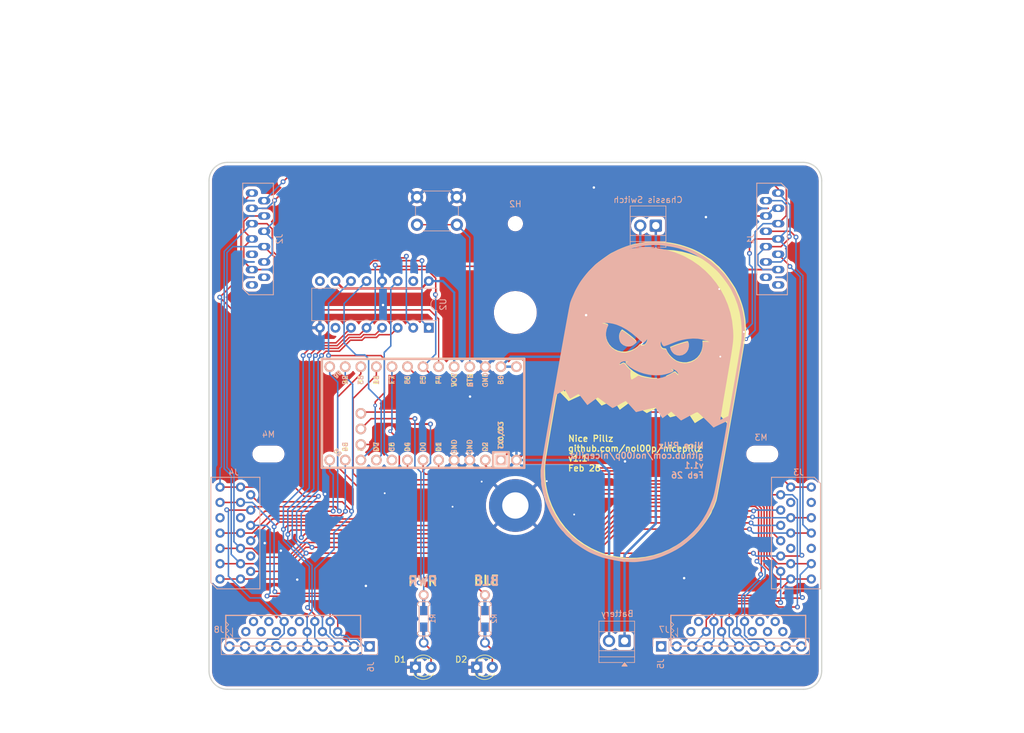
<source format=kicad_pcb>
(kicad_pcb (version 20241229) (generator "pcbnew") (generator_version "9.0")
  (layers (0 "F.Cu" signal) (2 "B.Cu" signal) (13 "F.Paste" user) (15 "B.Paste" user) (5 "F.SilkS" user "F.Silkscreen") (7 "B.SilkS" user "B.Silkscreen") (1 "F.Mask" user) (3 "B.Mask" user) (25 "Edge.Cuts" user))
  (net 0 "")
  (net 1 "/ROW_12")
  (net 3 "/ROW_14")
  (net 4 "/ROW_13")
  (net 5 "/COL_4")
  (net 6 "/COL_3")
  (net 7 "/ROW_11")
  (net 8 "/COL_5")
  (net 9 "/COL_0")
  (net 10 "/COL_2")
  (net 11 "/COL_1")
  (net 15 "/ROW_6")
  (net 16 "/ROW_8")
  (net 17 "/ROW_7")
  (net 19 "/ROW_10")
  (net 21 "/ROW_9")
  (net 22 "/ROW_0")
  (net 23 "/ROW_5")
  (net 24 "/ROW_4")
  (net 25 "/ROW_3")
  (net 27 "/ROW_2")
  (net 28 "/ROW_1")
  (net 32 "/COL_6")
  (net 36 "GND")
  (net 40 "/LED_CAPS_LOCK")
  (net 41 "/LED_NUM_LOCK")
  (net 60 "/SPI_MOSI")
  (net 61 "/LATCH")
  (net 62 "/SPI_SCK")
  (net 63 "/RESET")
  (net 65 "+5V")
  (net 67 "Net-(D1-A)")
  (net 68 "Net-(D2-A)")
  (net 69 "BAT+")
  (net 70 "BAT")
  (net 71 "BAT-")
  (footprint "LED_THT:LED_D3.0mm" (layer "F.Cu") (at 133.7 132.4)
    (property "Reference" "D1")
    (property "Value" "LED_CAPS")
  )
  (footprint "LED_THT:LED_D3.0mm" (layer "F.Cu") (at 143.7 132.4)
    (property "Reference" "D2")
    (property "Value" "LED_NUM")
  )
  (footprint "MountingHole:MountingHole_4.3mm_M4_Pad" (layer "F.Cu") (at 150 106)
    (property "Reference" "H1" (hide yes))
    (property "Value" "mounting pad" (hide yes))
  )
  (footprint "" (layer "F.Cu") (at 150.25 83.625)
    (property "Reference" "")
    (property "Value" "")
  )
  (footprint "" (layer "F.Cu") (at 150.3 83.425)
    (property "Reference" "")
    (property "Value" "")
  )
  (footprint "Local:NicePillz" (layer "F.Cu") (at 170.90854 88.85816 -10)
    (property "Reference" "G***")
    (property "Value" "LOGO" (hide yes))
  )
  (footprint "kinesisMod_board_connectors:Molex_0039532135" (layer "B.Cu") (at 191.9 62.5 -90)
    (property "Reference" "J1")
    (property "Value" "Conn_01x13")
  )
  (footprint "kinesisMod_board_connectors:Molex_0039532135" (layer "B.Cu") (at 108 62.5 90)
    (property "Reference" "J2")
    (property "Value" "Conn_01x13")
  )
  (footprint "kinesisMod_board_connectors:Molex_039532134" (layer "B.Cu") (at 195.8 110.5 -90)
    (property "Reference" "J3")
    (property "Value" "Conn_01x13")
  )
  (footprint "kinesisMod_board_connectors:Molex_039532134" (layer "B.Cu") (at 104.3 110.5 90)
    (property "Reference" "J4")
    (property "Value" "Conn_01x13")
  )
  (footprint "Pin_Headers:Pin_Header_Straight_1x10_Pitch2.54mm" (layer "B.Cu") (at 173.8 129 -90)
    (property "Reference" "J5" (hide yes))
    (property "Value" "Conn_01x10")
  )
  (footprint "Pin_Headers:Pin_Header_Straight_1x10_Pitch2.54mm" (layer "B.Cu") (at 126.2 129 90)
    (property "Reference" "J6")
    (property "Value" "Conn_01x10")
  )
  (footprint "Mounting_Holes:MountingHole_6.4mm_M6" (layer "B.Cu") (at 150 74.5)
    (property "Reference" "M1" (hide yes))
    (property "Value" "MountingHole_6.4mm_M6")
  )
  (footprint "MountingHole:MountingHole_4.3mm_M4" (layer "B.Cu") (at 109.7 97.6)
    (property "Reference" "M4")
    (property "Value" "MountingHole_4.3mm_M4")
  )
  (footprint "MountingHole:MountingHole_4.3mm_M4" (layer "B.Cu") (at 190.3 97.6)
    (property "Reference" "M3")
    (property "Value" "MountingHole_4.3mm_M4")
  )
  (footprint "kinx:39-53-2135" (layer "B.Cu") (at 186.157 126.59)
    (property "Reference" "J7")
    (property "Value" "Conn_01x13" (hide yes))
  )
  (footprint "Button_Switch_THT:SW_PUSH_6mm" (layer "B.Cu") (at 140.45 55.675 180)
    (property "Reference" "REF**" (hide yes))
    (property "Value" "SW_PUSH_6mm")
  )
  (footprint "kinx:39-53-2135" (layer "B.Cu") (at 113.513 126.59)
    (property "Reference" "J8")
    (property "Value" "Conn_01x13" (hide yes))
  )
  (footprint "Local:nice_nano_v2" (layer "B.Cu") (at 133.6675 90.96375 180)
    (property "Reference" "U1" (hide yes))
    (property "Value" "nice!nanov2" (hide yes))
  )
  (footprint "Keebio-Parts:Resistor-Hybrid" (layer "B.Cu") (at 145.04 124.5 -90)
    (property "Reference" "R2")
    (property "Value" "R_US" (hide yes))
  )
  (footprint "MountingHole:MountingHole_2mm" (layer "B.Cu") (at 150 60 180)
    (property "Reference" "H2")
    (property "Value" "mounting pad")
  )
  (footprint "TerminalBlock:TerminalBlock_Xinya_XY308-2.54-2P_1x02_P2.54mm_Horizontal" (layer "B.Cu") (at 167.825 128.1 180)
    (property "Reference" "Battery")
    (property "Value" "TerminalBlock_Xinya_XY308-2.54-2P_1x02_P2.54mm_Horizontal")
  )
  (footprint "TerminalBlock:TerminalBlock_Xinya_XY308-2.54-2P_1x02_P2.54mm_Horizontal" (layer "B.Cu") (at 172.925 60.325 180)
    (property "Reference" "Chassis Switch")
    (property "Value" "TerminalBlock_Xinya_XY308-2.54-2P_1x02_P2.54mm_Horizontal")
  )
  (footprint "Local:NicePillz" (layer "B.Cu") (at 170.9 89 170)
    (property "Reference" "G***")
    (property "Value" "LOGO" (hide yes))
  )
  (footprint "Keebio-Parts:Resistor-Hybrid" (layer "B.Cu") (at 135.04 124.5 -90)
    (property "Reference" "R1")
    (property "Value" "R_US" (hide yes))
  )
  (footprint "Package_DIP:DIP-16_W7.62mm" (layer "B.Cu") (at 135.875 76.99375 90)
    (property "Reference" "U2")
    (property "Value" "74HC595")
  )
  (gr_arc (start 103 136) (mid 100.87868 135.12132) (end 100 133) (stroke (width 0.2)) (layer "Edge.Cuts"))
  (gr_arc (start 197 50) (mid 199.12132 50.87868) (end 200 53) (stroke (width 0.2)) (layer "Edge.Cuts"))
  (gr_arc (start 200 133) (mid 199.12132 135.12132) (end 197 136) (stroke (width 0.2)) (layer "Edge.Cuts"))
  (gr_arc (start 100 53) (mid 100.87868 50.87868) (end 103 50) (stroke (width 0.2)) (layer "Edge.Cuts"))
  (gr_line (start 103 136) (end 197 136) (stroke (width 0.2)) (layer "Edge.Cuts"))
  (gr_line (start 197 50) (end 103 50) (stroke (width 0.2)) (layer "Edge.Cuts"))
  (gr_line (start 200 133) (end 200 53) (stroke (width 0.2)) (layer "Edge.Cuts"))
  (gr_line (start 100 133) (end 100 53) (stroke (width 0.2)) (layer "Edge.Cuts"))
  (gr_text "Nice Pillz\ngithub.com/nol00p/nicepillz\nv1.1\nFeb 26" (at 158.5 97.5 0) (layer "F.SilkS") (effects (font (size 1 1) (thickness 0.2) (bold yes)) (justify left)))
  (gr_text "PWR" (at 134.874 118.364 0) (layer "F.SilkS") (effects (font (size 1.5 1.5) (thickness 0.3))))
  (gr_text "BLE" (at 145.288 118.237 0) (layer "F.SilkS") (effects (font (size 1.5 1.5) (thickness 0.3))))
  (gr_text "BLE\n" (at 145.3 118.31 0) (layer "B.SilkS") (effects (font (size 1.5 1.5) (thickness 0.3)) (justify mirror)))
  (gr_text "PWR" (at 134.9 118.31 0) (layer "B.SilkS") (effects (font (size 1.5 1.5) (thickness 0.3)) (justify mirror)))
  (gr_text "Nice Pillz\ngithub.com/nol00p/nicepillz\nv1.1\nFeb 26" (at 180.85 98.65 0) (layer "B.SilkS") (effects (font (size 1 1) (thickness 0.2) (bold yes)) (justify left mirror)))
  (segment (start 194.22452 53.67452) (end 192.275 51.725) (width 0.25) (layer "F.Cu") (net 1))
  (segment (start 194.22452 58.67548) (end 194.22452 53.67452) (width 0.25) (layer "F.Cu") (net 1))
  (segment (start 134.87875 85.825) (end 132.3975 83.34375) (width 0.25) (layer "F.Cu") (net 1))
  (segment (start 192.9 60) (end 194.22452 58.67548) (width 0.25) (layer "F.Cu") (net 1))
  (segment (start 169.123902 82.948902) (end 166.247804 85.825) (width 0.25) (layer "F.Cu") (net 1))
  (segment (start 192.275 51.725) (end 113.525 51.725) (width 0.25) (layer "F.Cu") (net 1))
  (segment (start 166.247804 85.825) (end 134.87875 85.825) (width 0.25) (layer "F.Cu") (net 1))
  (segment (start 173.222804 78.85) (end 187.675 78.85) (width 0.25) (layer "F.Cu") (net 1))
  (segment (start 169.123902 82.948902) (end 173.222804 78.85) (width 0.25) (layer "F.Cu") (net 1))
  (segment (start 113.525 51.725) (end 112.089 53.161) (width 0.25) (layer "F.Cu") (net 1))
  (via (at 187.675 78.85) (size 0.6) (drill 0.3) (layers "F.Cu" "B.Cu") (net 1))
  (via (at 112.089 53.161) (size 0.8) (drill 0.4) (layers "F.Cu" "B.Cu") (net 1))
  (segment (start 109 56.25) (end 112.089 53.161) (width 0.25) (layer "B.Cu") (net 1))
  (segment (start 190.441852 60) (end 192.9 60) (width 0.25) (layer "B.Cu") (net 1))
  (segment (start 189.12548 77.39952) (end 187.675 78.85) (width 0.25) (layer "B.Cu") (net 1))
  (segment (start 189.12548 61.316372) (end 190.441852 60) (width 0.25) (layer "B.Cu") (net 1))
  (segment (start 189.12548 76.225) (end 189.12548 77.39952) (width 0.25) (layer "B.Cu") (net 1))
  (segment (start 189.12548 76.225) (end 189.12548 61.316372) (width 0.25) (layer "B.Cu") (net 1))
  (segment (start 137 68.907759) (end 137 71.534) (width 0.25) (layer "F.Cu") (net 3))
  (segment (start 188.214 64.85) (end 188.214 63.375) (width 0.25) (layer "F.Cu") (net 3))
  (segment (start 107 62.5) (end 105.67548 63.82452) (width 0.25) (layer "F.Cu") (net 3))
  (segment (start 105.67548 61.17548) (end 107 62.5) (width 0.25) (layer "F.Cu") (net 3))
  (segment (start 105.67548 63.82452) (end 105.67548 66.17548) (width 0.25) (layer "F.Cu") (net 3))
  (segment (start 192.9 62.5) (end 189.089 62.5) (width 0.25) (layer "F.Cu") (net 3))
  (segment (start 107 67.5) (end 128.016 67.5) (width 0.25) (layer "F.Cu") (net 3))
  (segment (start 136.74375 85.15) (end 134.9375 83.34375) (width 0.25) (layer "F.Cu") (net 3))
  (segment (start 137 71.534) (end 136.960778 71.573222) (width 0.25) (layer "F.Cu") (net 3))
  (segment (start 135.592241 67.5) (end 137 68.907759) (width 0.25) (layer "F.Cu") (net 3))
  (segment (start 187.18125 77.79375) (end 187.3 77.675) (width 0.25) (layer "F.Cu") (net 3))
  (segment (start 189.089 62.5) (end 188.214 63.375) (width 0.25) (layer "F.Cu") (net 3))
  (segment (start 129.921 67.5) (end 135.592241 67.5) (width 0.25) (layer "F.Cu") (net 3))
  (segment (start 106.542532 58.75) (end 105.67548 59.617052) (width 0.25) (layer "F.Cu") (net 3))
  (segment (start 105.67548 59.617052) (end 105.67548 61.17548) (width 0.25) (layer "F.Cu") (net 3))
  (segment (start 165.85 85.15) (end 136.74375 85.15) (width 0.25) (layer "F.Cu") (net 3))
  (segment (start 128.016 67.5) (end 129.921 67.5) (width 0.25) (layer "F.Cu") (net 3))
  (segment (start 105.67548 66.17548) (end 107 67.5) (width 0.25) (layer "F.Cu") (net 3))
  (segment (start 173.325 77.675) (end 165.85 85.15) (width 0.25) (layer "F.Cu") (net 3))
  (segment (start 109 58.75) (end 106.542532 58.75) (width 0.25) (layer "F.Cu") (net 3))
  (segment (start 187.3 77.675) (end 173.325 77.675) (width 0.25) (layer "F.Cu") (net 3))
  (via (at 187.3 77.675) (size 0.6) (drill 0.3) (layers "F.Cu" "B.Cu") (net 3))
  (via (at 136.960778 71.573222) (size 0.8) (drill 0.4) (layers "F.Cu" "B.Cu") (net 3))
  (via (at 188.214 64.85) (size 0.8) (drill 0.4) (layers "F.Cu" "B.Cu") (net 3))
  (segment (start 194.22452 65.382948) (end 194.22452 63.82452) (width 0.25) (layer "B.Cu") (net 3))
  (segment (start 137 71.612444) (end 137 81.28125) (width 0.25) (layer "B.Cu") (net 3))
  (segment (start 190.9 66.25) (end 193.357468 66.25) (width 0.25) (layer "B.Cu") (net 3))
  (segment (start 188.67548 76.29952) (end 187.3 77.675) (width 0.25) (layer "B.Cu") (net 3))
  (segment (start 188.67548 67.13648) (end 188.67548 76.29952) (width 0.25) (layer "B.Cu") (net 3))
  (segment (start 188.214 64.85) (end 188.214 66.675) (width 0.25) (layer "B.Cu") (net 3))
  (segment (start 193.357468 66.25) (end 194.22452 65.382948) (width 0.25) (layer "B.Cu") (net 3))
  (segment (start 194.382141 61.017859) (end 194.382141 57.117859) (width 0.25) (layer "B.Cu") (net 3))
  (segment (start 137 81.28125) (end 134.9375 83.34375) (width 0.25) (layer "B.Cu") (net 3))
  (segment (start 194.22452 63.82452) (end 192.9 62.5) (width 0.25) (layer "B.Cu") (net 3))
  (segment (start 194.382141 57.117859) (end 193.514282 56.25) (width 0.25) (layer "B.Cu") (net 3))
  (segment (start 193.514282 56.25) (end 190.9 56.25) (width 0.25) (layer "B.Cu") (net 3))
  (segment (start 136.960778 71.573222) (end 137 71.612444) (width 0.25) (layer "B.Cu") (net 3))
  (segment (start 192.9 62.5) (end 194.382141 61.017859) (width 0.25) (layer "B.Cu") (net 3))
  (segment (start 188.214 64.85) (end 188.314 64.95) (width 0.25) (layer "B.Cu") (net 3))
  (segment (start 188.214 66.675) (end 188.67548 67.13648) (width 0.25) (layer "B.Cu") (net 3))
  (segment (start 191.125 52.55) (end 114.35 52.55) (width 0.25) (layer "F.Cu") (net 4))
  (segment (start 183.275 68.85) (end 183.275 70.675) (width 0.25) (layer "F.Cu") (net 4))
  (segment (start 188.9 67.5) (end 187.3 67.5) (width 0.25) (layer "F.Cu") (net 4))
  (segment (start 184.625 67.5) (end 183.275 68.85) (width 0.25) (layer "F.Cu") (net 4))
  (segment (start 124.7775 90.96375) (end 124.99125 90.75) (width 0.25) (layer "F.Cu") (net 4))
  (segment (start 183.5 88.7) (end 183.5 81.75) (width 0.25) (layer "F.Cu") (net 4))
  (segment (start 194.7 62.407468) (end 194.7 62.1) (width 0.25) (layer "F.Cu") (net 4))
  (segment (start 183.5 81.75) (end 183.45 81.7) (width 0.25) (layer "F.Cu") (net 4))
  (segment (start 193.357468 63.75) (end 194.7 62.407468) (width 0.25) (layer "F.Cu") (net 4))
  (segment (start 124.99125 90.75) (end 181.45 90.75) (width 0.25) (layer "F.Cu") (net 4))
  (segment (start 192.9 54.325) (end 191.125 52.55) (width 0.25) (layer "F.Cu") (net 4))
  (segment (start 192.9 55) (end 192.9 54.325) (width 0.25) (layer "F.Cu") (net 4))
  (segment (start 192.9 67.5) (end 184.625 67.5) (width 0.25) (layer "F.Cu") (net 4))
  (segment (start 114.35 52.55) (end 110.7 56.2) (width 0.25) (layer "F.Cu") (net 4))
  (segment (start 181.45 90.75) (end 183.5 88.7) (width 0.25) (layer "F.Cu") (net 4))
  (segment (start 187.3 67.5) (end 192.9 67.5) (width 0.25) (layer "F.Cu") (net 4))
  (segment (start 188.9 67.5) (end 188.1 67.5) (width 0.25) (layer "F.Cu") (net 4))
  (segment (start 190.9 63.75) (end 193.357468 63.75) (width 0.25) (layer "F.Cu") (net 4))
  (via (at 183.45 81.7) (size 0.6) (drill 0.3) (layers "F.Cu" "B.Cu") (net 4))
  (via (at 110.7 56.2) (size 0.8) (drill 0.4) (layers "F.Cu" "B.Cu") (net 4))
  (via (at 183.275 70.675) (size 0.6) (drill 0.3) (layers "F.Cu" "B.Cu") (net 4))
  (via (at 194.7 62.1) (size 0.8) (drill 0.4) (layers "F.Cu" "B.Cu") (net 4))
  (segment (start 183.275 70.675) (end 183.275 81.525) (width 0.25) (layer "B.Cu") (net 4))
  (segment (start 189.57548 65.07452) (end 189.57548 66.67548) (width 0.25) (layer "B.Cu") (net 4))
  (segment (start 183.275 81.525) (end 183.45 81.7) (width 0.25) (layer "B.Cu") (net 4))
  (segment (start 109 61.25) (end 110.32452 62.57452) (width 0.25) (layer "B.Cu") (net 4))
  (segment (start 107 57.5) (end 109.457468 57.5) (width 0.25) (layer "B.Cu") (net 4))
  (segment (start 189.57548 66.67548) (end 190.4 67.5) (width 0.25) (layer "B.Cu") (net 4))
  (segment (start 110.32452 62.57452) (end 110.32452 64.92548) (width 0.25) (layer "B.Cu") (net 4))
  (segment (start 194.831661 56.931661) (end 192.9 55) (width 0.25) (layer "B.Cu") (net 4))
  (segment (start 190.4 67.5) (end 192.9 67.5) (width 0.25) (layer "B.Cu") (net 4))
  (segment (start 109 61.25) (end 110.5 59.75) (width 0.25) (layer "B.Cu") (net 4))
  (segment (start 109.457468 57.5) (end 110.7 56.257468) (width 0.25) (layer "B.Cu") (net 4))
  (segment (start 194.7 62.1) (end 194.831661 61.968339) (width 0.25) (layer "B.Cu") (net 4))
  (segment (start 190.9 63.75) (end 189.57548 65.07452) (width 0.25) (layer "B.Cu") (net 4))
  (segment (start 194.831661 61.968339) (end 194.831661 56.931661) (width 0.25) (layer "B.Cu") (net 4))
  (segment (start 110.32452 64.92548) (end 109 66.25) (width 0.25) (layer "B.Cu") (net 4))
  (segment (start 110.5 59.75) (end 110.7 59.55) (width 0.25) (layer "B.Cu") (net 4))
  (segment (start 110.7 56.257468) (end 110.7 56.2) (width 0.25) (layer "B.Cu") (net 4))
  (segment (start 110.7 59.55) (end 110.7 56.2) (width 0.25) (layer "B.Cu") (net 4))
  (segment (start 128.255 76.99375) (end 127.13 78.11875) (width 0.25) (layer "F.Cu") (net 5))
  (segment (start 137.245804 113.7765) (end 139.896305 116.427) (width 0.25) (layer "F.Cu") (net 5))
  (segment (start 192.9 65) (end 194.8 66.9) (width 0.25) (layer "F.Cu") (net 5))
  (segment (start 122.895405 78.56875) (end 121.105155 80.359) (width 0.25) (layer "F.Cu") (net 5))
  (segment (start 115.850202 113.7765) (end 137.245804 113.7765) (width 0.25) (layer "F.Cu") (net 5))
  (segment (start 194.8 66.9) (end 194.8 67) (width 0.25) (layer "F.Cu") (net 5))
  (segment (start 125.23575 78.11875) (end 124.78575 78.56875) (width 0.25) (layer "F.Cu") (net 5))
  (segment (start 118.513695 80.359) (end 117.363997 81.508698) (width 0.25) (layer "F.Cu") (net 5))
  (segment (start 121.105155 80.359) (end 118.513695 80.359) (width 0.25) (layer "F.Cu") (net 5))
  (segment (start 124.78575 78.56875) (end 122.895405 78.56875) (width 0.25) (layer "F.Cu") (net 5))
  (segment (start 196.62498 114.25) (end 193.3 114.25) (width 0.25) (layer "F.Cu") (net 5))
  (segment (start 127.13 78.11875) (end 125.23575 78.11875) (width 0.25) (layer "F.Cu") (net 5))
  (segment (start 117.363997 81.508698) (end 117.363997 81.534) (width 0.25) (layer "F.Cu") (net 5))
  (segment (start 164.133 113.792) (end 188.849 113.792) (width 0.25) (layer "F.Cu") (net 5))
  (segment (start 161.498 116.427) (end 164.133 113.792) (width 0.25) (layer "F.Cu") (net 5))
  (segment (start 101.8 118) (end 105.15 118) (width 0.25) (layer "F.Cu") (net 5))
  (segment (start 111.626702 118) (end 115.850202 113.7765) (width 0.25) (layer "F.Cu") (net 5))
  (segment (start 105.15 118) (end 111.626702 118) (width 0.25) (layer "F.Cu") (net 5))
  (segment (start 196.754611 114.120369) (end 196.62498 114.25) (width 0.25) (layer "F.Cu") (net 5))
  (segment (start 139.896305 116.427) (end 161.498 116.427) (width 0.25) (layer "F.Cu") (net 5))
  (via (at 194.8 67) (size 0.8) (drill 0.4) (layers "F.Cu" "B.Cu") (net 5))
  (via (at 115.850202 113.7765) (size 0.8) (drill 0.4) (layers "F.Cu" "B.Cu") (net 5))
  (via (at 188.849 113.792) (size 0.8) (drill 0.4) (layers "F.Cu" "B.Cu") (net 5))
  (via (at 196.754611 114.120369) (size 0.8) (drill 0.4) (layers "F.Cu" "B.Cu") (net 5))
  (via (at 117.363997 81.534) (size 0.8) (drill 0.4) (layers "F.Cu" "B.Cu") (net 5))
  (segment (start 196.479631 113.845389) (end 196.479631 68.679631) (width 0.25) (layer "B.Cu") (net 5))
  (segment (start 113.591 106.784) (end 117.1 103.275) (width 0.25) (layer "B.Cu") (net 5))
  (segment (start 115.850202 113.7765) (end 113.591 111.517298) (width 0.25) (layer "B.Cu") (net 5))
  (segment (start 196.754611 114.120369) (end 196.479631 113.845389) (width 0.25) (layer "B.Cu") (net 5))
  (segment (start 117.1 81.797997) (end 117.363997 81.534) (width 0.25) (layer "B.Cu") (net 5))
  (segment (start 193.3 114.25) (end 189.307 114.25) (width 0.25) (layer "B.Cu") (net 5))
  (segment (start 196.479631 68.679631) (end 194.8 67) (width 0.25) (layer "B.Cu") (net 5))
  (segment (start 113.591 111.517298) (end 113.591 106.784) (width 0.25) (layer "B.Cu") (net 5))
  (segment (start 189.307 114.25) (end 188.849 113.792) (width 0.25) (layer "B.Cu") (net 5))
  (segment (start 117.1 103.275) (end 117.1 81.797997) (width 0.25) (layer "B.Cu") (net 5))
  (segment (start 136.930701 112.825) (end 140.082701 115.977) (width 0.25) (layer "F.Cu") (net 6))
  (segment (start 167.07 109.855) (end 188.214 109.855) (width 0.25) (layer "F.Cu") (net 6))
  (segment (start 116.8 112.825) (end 115.776396 112.825) (width 0.25) (layer "F.Cu") (net 6))
  (segment (start 190.9 61.25) (end 194.874614 61.25) (width 0.25) (layer "F.Cu") (net 6))
  (segment (start 195.8 62.175386) (end 195.8 62.2) (width 0.25) (layer "F.Cu") (net 6))
  (segment (start 111.851396 116.75) (end 106.8 116.75) (width 0.25) (layer "F.Cu") (net 6))
  (segment (start 130.795 76.99375) (end 129.67 78.11875) (width 0.25) (layer "F.Cu") (net 6))
  (segment (start 115.776396 112.825) (end 111.851396 116.75) (width 0.25) (layer "F.Cu") (net 6))
  (segment (start 194.95 110.5) (end 198.3 110.5) (width 0.25) (layer "F.Cu") (net 6))
  (segment (start 116.8 112.825) (end 136.930701 112.825) (width 0.25) (layer "F.Cu") (net 6))
  (segment (start 194.874614 61.25) (end 195.8 62.175386) (width 0.25) (layer "F.Cu") (net 6))
  (segment (start 127.789009 78.11875) (end 127.339009 78.56875) (width 0.25) (layer "F.Cu") (net 6))
  (segment (start 129.67 78.11875) (end 127.789009 78.11875) (width 0.25) (layer "F.Cu") (net 6))
  (segment (start 125.422146 78.56875) (end 124.972146 79.01875) (width 0.25) (layer "F.Cu") (net 6))
  (segment (start 160.948 115.977) (end 167.07 109.855) (width 0.25) (layer "F.Cu") (net 6))
  (segment (start 119.089 80.809) (end 118.364 81.534) (width 0.25) (layer "F.Cu") (net 6))
  (segment (start 140.082701 115.977) (end 160.948 115.977) (width 0.25) (layer "F.Cu") (net 6))
  (segment (start 127.339009 78.56875) (end 125.422146 78.56875) (width 0.25) (layer "F.Cu") (net 6))
  (segment (start 123.081801 79.01875) (end 121.291551 80.809) (width 0.25) (layer "F.Cu") (net 6))
  (segment (start 121.291551 80.809) (end 119.089 80.809) (width 0.25) (layer "F.Cu") (net 6))
  (segment (start 124.972146 79.01875) (end 123.081801 79.01875) (width 0.25) (layer "F.Cu") (net 6))
  (via (at 116.8 112.825) (size 0.8) (drill 0.4) (layers "F.Cu" "B.Cu") (net 6))
  (via (at 188.214 109.855) (size 0.8) (drill 0.4) (layers "F.Cu" "B.Cu") (net 6))
  (via (at 195.8 62.2) (size 0.8) (drill 0.4) (layers "F.Cu" "B.Cu") (net 6))
  (via (at 118.364 81.534) (size 0.8) (drill 0.4) (layers "F.Cu" "B.Cu") (net 6))
  (segment (start 117.813997 82.109305) (end 118.364 81.559302) (width 0.25) (layer "B.Cu") (net 6))
  (segment (start 198.3 110.5) (end 196.929151 109.129151) (width 0.25) (layer "B.Cu") (net 6))
  (segment (start 114.3 111.506) (end 114.3 107.025) (width 0.25) (layer "B.Cu") (net 6))
  (segment (start 114.86708 112.07308) (end 114.3 111.506) (width 0.25) (layer "B.Cu") (net 6))
  (segment (start 195.8 67.363604) (end 195.8 62.2) (width 0.25) (layer "B.Cu") (net 6))
  (segment (start 196.929151 109.129151) (end 196.929151 69.469) (width 0.25) (layer "B.Cu") (net 6))
  (segment (start 116.04808 112.07308) (end 114.86708 112.07308) (width 0.25) (layer "B.Cu") (net 6))
  (segment (start 188.859 110.5) (end 188.214 109.855) (width 0.25) (layer "B.Cu") (net 6))
  (segment (start 196.929631 69.46852) (end 196.929631 68.493235) (width 0.25) (layer "B.Cu") (net 6))
  (segment (start 114.3 107.025) (end 117.813997 103.511003) (width 0.25) (layer "B.Cu") (net 6))
  (segment (start 117.813997 103.511003) (end 117.813997 82.109305) (width 0.25) (layer "B.Cu") (net 6))
  (segment (start 118.364 81.559302) (end 118.364 81.534) (width 0.25) (layer "B.Cu") (net 6))
  (segment (start 196.929631 68.493235) (end 195.8 67.363604) (width 0.25) (layer "B.Cu") (net 6))
  (segment (start 196.929151 69.469) (end 196.929631 69.46852) (width 0.25) (layer "B.Cu") (net 6))
  (segment (start 116.8 112.825) (end 116.04808 112.07308) (width 0.25) (layer "B.Cu") (net 6))
  (segment (start 194.95 110.5) (end 188.859 110.5) (width 0.25) (layer "B.Cu") (net 6))
  (segment (start 170.890644 103.05) (end 171.85 103.05) (width 0.25) (layer "F.Cu") (net 7))
  (segment (start 189.249999 103.05) (end 191.94952 105.749521) (width 0.25) (layer "F.Cu") (net 7))
  (segment (start 169.175 103.05) (end 166.475 100.35) (width 0.25) (layer "F.Cu") (net 7))
  (segment (start 191.94952 105.749521) (end 191.94952 110.39952) (width 0.25) (layer "F.Cu") (net 7))
  (segment (start 171.85 103.05) (end 169.175 103.05) (width 0.25) (layer "F.Cu") (net 7))
  (segment (start 137.4775 100.0525) (end 137.4775 98.58375) (width 0.25) (layer "F.Cu") (net 7))
  (segment (start 137.775 100.35) (end 137.4775 100.0525) (width 0.25) (layer "F.Cu") (net 7))
  (segment (start 166.475 100.35) (end 137.775 100.35) (width 0.25) (layer "F.Cu") (net 7))
  (segment (start 171.85 103.05) (end 189.249999 103.05) (width 0.25) (layer "F.Cu") (net 7))
  (segment (start 191.94952 110.39952) (end 193.3 111.75) (width 0.25) (layer "F.Cu") (net 7))
  (segment (start 159.498 114.177) (end 167.52692 106.14808) (width 0.25) (layer "F.Cu") (net 8))
  (segment (start 187.125 59.35) (end 187.725 58.75) (width 0.25) (layer "F.Cu") (net 8))
  (segment (start 187.125 66.410378) (end 187.125 59.35) (width 0.25) (layer "F.Cu") (net 8))
  (segment (start 112.866 110.559) (end 113.425 110) (width 0.25) (layer "F.Cu") (net 8))
  (segment (start 189.167852 106.14712) (end 189.70048 106.679748) (width 0.25) (layer "F.Cu") (net 8))
  (segment (start 187.725 58.75) (end 190.9 58.75) (width 0.25) (layer "F.Cu") (net 8))
  (segment (start 189.70048 106.679748) (end 189.70048 114.8255) (width 0.25) (layer "F.Cu") (net 8))
  (segment (start 127.318 66.966) (end 186.569378 66.966) (width 0.25) (layer "F.Cu") (net 8))
  (segment (start 140.848396 114.177) (end 159.498 114.177) (width 0.25) (layer "F.Cu") (net 8))
  (segment (start 116.363994 81.508698) (end 116.363994 81.534) (width 0.25) (layer "F.Cu") (net 8))
  (segment (start 113.425 110) (end 136.671396 110) (width 0.25) (layer "F.Cu") (net 8))
  (segment (start 127.127 66.775) (end 127.318 66.966) (width 0.25) (layer "F.Cu") (net 8))
  (segment (start 187.83204 106.14808) (end 187.833 106.14712) (width 0.25) (layer "F.Cu") (net 8))
  (segment (start 189.70048 114.8255) (end 189.42598 115.1) (width 0.25) (layer "F.Cu") (net 8))
  (segment (start 136.671396 110) (end 140.848396 114.177) (width 0.25) (layer "F.Cu") (net 8))
  (segment (start 125.715 76.99375) (end 124.59 78.11875) (width 0.25) (layer "F.Cu") (net 8))
  (segment (start 167.52692 106.14808) (end 187.83204 106.14808) (width 0.25) (layer "F.Cu") (net 8))
  (segment (start 112.866 110.725) (end 112.866 110.559) (width 0.25) (layer "F.Cu") (net 8))
  (segment (start 120.918759 79.909) (end 117.963692 79.909) (width 0.25) (layer "F.Cu") (net 8))
  (segment (start 186.569378 66.966) (end 187.125 66.410378) (width 0.25) (layer "F.Cu") (net 8))
  (segment (start 117.963692 79.909) (end 116.363994 81.508698) (width 0.25) (layer "F.Cu") (net 8))
  (segment (start 187.833 106.14712) (end 189.167852 106.14712) (width 0.25) (layer "F.Cu") (net 8))
  (segment (start 124.59 78.11875) (end 122.709009 78.11875) (width 0.25) (layer "F.Cu") (net 8))
  (segment (start 122.709009 78.11875) (end 120.918759 79.909) (width 0.25) (layer "F.Cu") (net 8))
  (via (at 116.363994 81.534) (size 0.8) (drill 0.4) (layers "F.Cu" "B.Cu") (net 8))
  (via (at 112.866 110.725) (size 0.8) (drill 0.4) (layers "F.Cu" "B.Cu") (net 8))
  (via (at 127.127 66.775) (size 0.8) (drill 0.4) (layers "F.Cu" "B.Cu") (net 8))
  (via (at 189.42598 115.1) (size 0.8) (drill 0.4) (layers "F.Cu" "B.Cu") (net 8))
  (segment (start 187.407 120.918305) (end 187.407 124.94) (width 0.25) (layer "B.Cu") (net 8))
  (segment (start 191.58 129) (end 190.405 127.825) (width 0.25) (layer "B.Cu") (net 8))
  (segment (start 188.065 127.825) (end 187.407 127.167) (width 0.25) (layer "B.Cu") (net 8))
  (segment (start 116.363994 103.136006) (end 116.363994 81.534) (width 0.25) (layer "B.Cu") (net 8))
  (segment (start 112.866 111.817604) (end 116.813 115.764604) (width 0.25) (layer "B.Cu") (net 8))
  (segment (start 189.42598 115.1) (end 190.762701 116.436721) (width 0.25) (layer "B.Cu") (net 8))
  (segment (start 187.407 127.167) (end 187.407 124.94) (width 0.25) (layer "B.Cu") (net 8))
  (segment (start 116.813 115.764604) (end 116.813 123.279) (width 0.25) (layer "B.Cu") (net 8))
  (segment (start 127.13 69.215) (end 127.127 69.212) (width 0.25) (layer "B.Cu") (net 8))
  (segment (start 190.405 127.825) (end 188.065 127.825) (width 0.25) (layer "B.Cu") (net 8))
  (segment (start 116.813 123.279) (end 116.013 124.079) (width 0.25) (layer "B.Cu") (net 8))
  (segment (start 116.04 126.617) (end 116.013 126.59) (width 0.25) (layer "B.Cu") (net 8))
  (segment (start 112.866 106.634) (end 116.363994 103.136006) (width 0.25) (layer "B.Cu") (net 8))
  (segment (start 112.866 110.725) (end 112.866 106.634) (width 0.25) (layer "B.Cu") (net 8))
  (segment (start 190.762701 116.436721) (end 190.762701 117.562604) (width 0.25) (layer "B.Cu") (net 8))
  (segment (start 112.866 110.725) (end 112.866 111.817604) (width 0.25) (layer "B.Cu") (net 8))
  (segment (start 116.013 124.079) (end 116.013 126.59) (width 0.25) (layer "B.Cu") (net 8))
  (segment (start 116.04 129) (end 116.04 126.617) (width 0.25) (layer "B.Cu") (net 8))
  (segment (start 125.715 76.99375) (end 127.13 75.57875) (width 0.25) (layer "B.Cu") (net 8))
  (segment (start 192.15 57.5) (end 190.9 58.75) (width 0.25) (layer "B.Cu") (net 8))
  (segment (start 192.9 57.5) (end 192.15 57.5) (width 0.25) (layer "B.Cu") (net 8))
  (segment (start 190.762701 117.562604) (end 187.407 120.918305) (width 0.25) (layer "B.Cu") (net 8))
  (segment (start 127.127 69.212) (end 127.127 66.775) (width 0.25) (layer "B.Cu") (net 8))
  (segment (start 127.13 75.57875) (end 127.13 69.215) (width 0.25) (layer "B.Cu") (net 8))
  (segment (start 159.923 114.627) (end 167.661466 106.888534) (width 0.25) (layer "F.Cu") (net 9))
  (segment (start 101.756698 72.009) (end 103.822698 74.075) (width 0.25) (layer "F.Cu") (net 9))
  (segment (start 117.85 104.5) (end 115.49053 104.5) (width 0.25) (layer "F.Cu") (net 9))
  (segment (start 105.22596 68.539738) (end 105.22596 67.691) (width 0.25) (layer "F.Cu") (net 9))
  (segment (start 107 55) (end 105.22596 56.77404) (width 0.25) (layer "F.Cu") (net 9))
  (segment (start 137.4775 83.34375) (end 137.4775 75.55) (width 0.2) (layer "F.Cu") (net 9))
  (segment (start 167.661466 106.888534) (end 188.883961 106.888534) (width 0.25) (layer "F.Cu") (net 9))
  (segment (start 115.061302 111.241996) (end 115.678298 110.625) (width 0.25) (layer "F.Cu") (net 9))
  (segment (start 105.22596 56.77404) (end 105.22596 67.691) (width 0.25) (layer "F.Cu") (net 9))
  (segment (start 140.662 114.627) (end 159.923 114.627) (width 0.25) (layer "F.Cu") (net 9))
  (segment (start 113.99053 103) (end 105.15 103) (width 0.25) (layer "F.Cu") (net 9))
  (segment (start 103.822698 74.075) (end 136.0025 74.075) (width 0.25) (layer "F.Cu") (net 9))
  (segment (start 101.8 103) (end 105.15 103) (width 0.25) (layer "F.Cu") (net 9))
  (segment (start 136.66 110.625) (end 140.662 114.627) (width 0.25) (layer "F.Cu") (net 9))
  (segment (start 115.678298 110.625) (end 136.66 110.625) (width 0.25) (layer "F.Cu") (net 9))
  (segment (start 136.0025 74.075) (end 137.4775 75.55) (width 0.25) (layer "F.Cu") (net 9))
  (segment (start 101.756698 72.009) (end 105.22596 68.539738) (width 0.25) (layer "F.Cu") (net 9))
  (segment (start 115.49053 104.5) (end 113.99053 103) (width 0.25) (layer "F.Cu") (net 9))
  (via (at 117.85 104.5) (size 0.8) (drill 0.4) (layers "F.Cu" "B.Cu") (net 9))
  (via (at 188.883961 106.888534) (size 0.8) (drill 0.4) (layers "F.Cu" "B.Cu") (net 9))
  (via (at 115.061302 111.241996) (size 0.8) (drill 0.4) (layers "F.Cu" "B.Cu") (net 9))
  (via (at 101.756698 72.009) (size 0.8) (drill 0.4) (layers "F.Cu" "B.Cu") (net 9))
  (segment (start 189.022495 106.75) (end 188.883961 106.888534) (width 0.25) (layer "B.Cu") (net 9))
  (segment (start 101.8 103) (end 101.8 99.926698) (width 0.25) (layer "B.Cu") (net 9))
  (segment (start 115.05 111.230694) (end 115.061302 111.241996) (width 0.25) (layer "B.Cu") (net 9))
  (segment (start 117.85 104.5) (end 115.05 107.3) (width 0.25) (layer "B.Cu") (net 9))
  (segment (start 115.05 107.3) (end 115.05 111.230694) (width 0.25) (layer "B.Cu") (net 9))
  (segment (start 193.3 106.75) (end 189.022495 106.75) (width 0.25) (layer "B.Cu") (net 9))
  (segment (start 102.031698 99.695) (end 102.031698 72.284) (width 0.25) (layer "B.Cu") (net 9))
  (segment (start 102.031698 72.284) (end 101.756698 72.009) (width 0.25) (layer "B.Cu") (net 9))
  (segment (start 101.8 99.926698) (end 102.031698 99.695) (width 0.25) (layer "B.Cu") (net 9))
  (segment (start 125.640299 66.6) (end 112.486396 66.6) (width 0.25) (layer "F.Cu") (net 10))
  (segment (start 112.486396 66.6) (end 110.325 64.438604) (width 0.25) (layer "F.Cu") (net 10))
  (segment (start 115.915 112.05) (end 136.812208 112.05) (width 0.25) (layer "F.Cu") (net 10))
  (segment (start 140.269097 115.527) (end 160.508288 115.527) (width 0.25) (layer "F.Cu") (net 10))
  (segment (start 110.325 64.438604) (end 110.325 60.866852) (width 0.25) (layer "F.Cu") (net 10))
  (segment (start 131.935 65.59) (end 126.650299 65.59) (width 0.25) (layer "F.Cu") (net 10))
  (segment (start 132.21 65.315) (end 131.935 65.59) (width 0.25) (layer "F.Cu") (net 10))
  (segment (start 136.812208 112.05) (end 137.085048 112.32284) (width 0.25) (layer "F.Cu") (net 10))
  (segment (start 105.15 115.5) (end 112.465 115.5) (width 0.25) (layer "F.Cu") (net 10))
  (segment (start 137.085048 112.32284) (end 137.085048 112.342952) (width 0.25) (layer "F.Cu") (net 10))
  (segment (start 112.465 115.5) (end 115.915 112.05) (width 0.25) (layer "F.Cu") (net 10))
  (segment (start 167.192224 108.843064) (end 188.466968 108.843064) (width 0.25) (layer "F.Cu") (net 10))
  (segment (start 137.085048 112.342952) (end 140.269097 115.527) (width 0.25) (layer "F.Cu") (net 10))
  (segment (start 160.508288 115.527) (end 167.192224 108.843064) (width 0.25) (layer "F.Cu") (net 10))
  (segment (start 110.325 60.866852) (end 109.458148 60) (width 0.25) (layer "F.Cu") (net 10))
  (segment (start 126.650299 65.59) (end 125.640299 66.6) (width 0.25) (layer "F.Cu") (net 10))
  (segment (start 109.458148 60) (end 107 60) (width 0.25) (layer "F.Cu") (net 10))
  (segment (start 101.8 115.5) (end 105.15 115.5) (width 0.25) (layer "F.Cu") (net 10))
  (via (at 132.21 65.315) (size 0.8) (drill 0.4) (layers "F.Cu" "B.Cu") (net 10))
  (via (at 188.466968 108.843064) (size 0.8) (drill 0.4) (layers "F.Cu" "B.Cu") (net 10))
  (segment (start 103.620369 113.970369) (end 105.15 115.5) (width 0.25) (layer "B.Cu") (net 10))
  (segment (start 103.620369 101.120369) (end 103.620369 113.970369) (width 0.25) (layer "B.Cu") (net 10))
  (segment (start 193.3 109.25) (end 188.873904 109.25) (width 0.25) (layer "B.Cu") (net 10))
  (segment (start 132.21 75.86875) (end 133.335 76.99375) (width 0.25) (layer "B.Cu") (net 10))
  (segment (start 102.481698 99.981698) (end 103.620369 101.120369) (width 0.25) (layer "B.Cu") (net 10))
  (segment (start 102.481698 64.518302) (end 102.481698 99.981698) (width 0.25) (layer "B.Cu") (net 10))
  (segment (start 107 60) (end 102.481698 64.518302) (width 0.25) (layer "B.Cu") (net 10))
  (segment (start 132.21 65.315) (end 132.21 75.86875) (width 0.25) (layer "B.Cu") (net 10))
  (segment (start 188.873904 109.25) (end 188.466968 108.843064) (width 0.25) (layer "B.Cu") (net 10))
  (segment (start 167.426153 107.873847) (end 188.713187 107.873847) (width 0.25) (layer "F.Cu") (net 11))
  (segment (start 112.3 67.05) (end 109 63.75) (width 0.25) (layer "F.Cu") (net 11))
  (segment (start 115.978604 111.35) (end 136.748604 111.35) (width 0.25) (layer "F.Cu") (net 11))
  (segment (start 136.748604 111.35) (end 137.720747 112.322143) (width 0.25) (layer "F.Cu") (net 11))
  (segment (start 137.720747 112.322143) (end 137.720747 112.342253) (width 0.25) (layer "F.Cu") (net 11))
  (segment (start 140.455493 115.077) (end 160.223 115.077) (width 0.25) (layer "F.Cu") (net 11))
  (segment (start 137.720747 112.342253) (end 140.455493 115.077) (width 0.25) (layer "F.Cu") (net 11))
  (segment (start 125.826695 67.05) (end 112.3 67.05) (width 0.25) (layer "F.Cu") (net 11))
  (segment (start 127.137 66.04) (end 127.127 66.05) (width 0.25) (layer "F.Cu") (net 11))
  (segment (start 105.15 113) (end 107.0782 113) (width 0.25) (layer "F.Cu") (net 11))
  (segment (start 194.95 108) (end 198.3 108) (width 0.25) (layer "F.Cu") (net 11))
  (segment (start 134.75 66.04) (end 127.137 66.04) (width 0.25) (layer "F.Cu") (net 11))
  (segment (start 107.0782 113) (end 108.5282 114.45) (width 0.25) (layer "F.Cu") (net 11))
  (segment (start 160.223 115.077) (end 167.426153 107.873847) (width 0.25) (layer "F.Cu") (net 11))
  (segment (start 127.127 66.05) (end 126.826695 66.05) (width 0.25) (layer "F.Cu") (net 11))
  (segment (start 108.5282 114.45) (end 112.878604 114.45) (width 0.25) (layer "F.Cu") (net 11))
  (segment (start 126.826695 66.05) (end 125.826695 67.05) (width 0.25) (layer "F.Cu") (net 11))
  (segment (start 112.878604 114.45) (end 115.978604 111.35) (width 0.25) (layer "F.Cu") (net 11))
  (segment (start 101.8 113) (end 105.15 113) (width 0.25) (layer "F.Cu") (net 11))
  (via (at 134.75 66.04) (size 0.8) (drill 0.4) (layers "F.Cu" "B.Cu") (net 11))
  (via (at 188.713187 107.873847) (size 0.8) (drill 0.4) (layers "F.Cu" "B.Cu") (net 11))
  (segment (start 188.83934 108) (end 188.713187 107.873847) (width 0.25) (layer "B.Cu") (net 11))
  (segment (start 103.886396 63.75) (end 102.931698 64.704698) (width 0.25) (layer "B.Cu") (net 11))
  (segment (start 135.875 76.99375) (end 134.75 75.86875) (width 0.25) (layer "B.Cu") (net 11))
  (segment (start 194.95 108) (end 188.83934 108) (width 0.25) (layer "B.Cu") (net 11))
  (segment (start 134.75 75.86875) (end 134.75 66.04) (width 0.25) (layer "B.Cu") (net 11))
  (segment (start 102.931698 64.704698) (end 102.931698 99.795302) (width 0.25) (layer "B.Cu") (net 11))
  (segment (start 104.069889 100.933493) (end 104.069889 111.919889) (width 0.25) (layer "B.Cu") (net 11))
  (segment (start 109 63.75) (end 103.886396 63.75) (width 0.25) (layer "B.Cu") (net 11))
  (segment (start 104.069889 111.919889) (end 105.15 113) (width 0.25) (layer "B.Cu") (net 11))
  (segment (start 102.931698 99.795302) (end 104.069889 100.933493) (width 0.25) (layer "B.Cu") (net 11))
  (segment (start 190.6 115.757468) (end 192.842532 118) (width 0.25) (layer "F.Cu") (net 15))
  (segment (start 167.225 104.1) (end 168.1 104.975) (width 0.25) (layer "F.Cu") (net 15))
  (segment (start 144.05 112.2) (end 155.55 112.2) (width 0.25) (layer "F.Cu") (net 15))
  (segment (start 157.85 104.1) (end 167.225 104.1) (width 0.25) (layer "F.Cu") (net 15))
  (segment (start 192.842532 118) (end 194.95 118) (width 0.25) (layer "F.Cu") (net 15))
  (segment (start 131.0598 95.3598) (end 131.0598 101.7848) (width 0.25) (layer "F.Cu") (net 15))
  (segment (start 131.0598 101.7848) (end 131.875 102.6) (width 0.25) (layer "F.Cu") (net 15))
  (segment (start 192.2795 120.6705) (end 194.95 118) (width 0.25) (layer "F.Cu") (net 15))
  (segment (start 142.325 110.475) (end 144.05 112.2) (width 0.25) (layer "F.Cu") (net 15))
  (segment (start 185.1483 120.6705) (end 192.2795 120.6705) (width 0.25) (layer "F.Cu") (net 15))
  (segment (start 190.6 106.307154) (end 190.6 115.757468) (width 0.25) (layer "F.Cu") (net 15))
  (segment (start 189.267846 104.975) (end 190.6 106.307154) (width 0.25) (layer "F.Cu") (net 15))
  (segment (start 181.157 126.59) (end 181.157 124.6618) (width 0.25) (layer "F.Cu") (net 15))
  (segment (start 181.157 124.6618) (end 185.1483 120.6705) (width 0.25) (layer "F.Cu") (net 15))
  (segment (start 131.875 102.6) (end 141.675 102.6) (width 0.25) (layer "F.Cu") (net 15))
  (segment (start 194.95 118) (end 198.3 118) (width 0.25) (layer "F.Cu") (net 15))
  (segment (start 157.3 110.45) (end 157.3 104.65) (width 0.25) (layer "F.Cu") (net 15))
  (segment (start 142.325 103.25) (end 142.325 110.475) (width 0.25) (layer "F.Cu") (net 15))
  (segment (start 168.1 104.975) (end 189.267846 104.975) (width 0.25) (layer "F.Cu") (net 15))
  (segment (start 157.3 104.65) (end 157.85 104.1) (width 0.25) (layer "F.Cu") (net 15))
  (segment (start 155.55 112.2) (end 157.3 110.45) (width 0.25) (layer "F.Cu") (net 15))
  (segment (start 141.675 102.6) (end 142.325 103.25) (width 0.25) (layer "F.Cu") (net 15))
  (segment (start 129.575 93.875) (end 131.0598 95.3598) (width 0.25) (layer "F.Cu") (net 15))
  (via (at 129.575 93.875) (size 0.6) (drill 0.3) (layers "F.Cu" "B.Cu") (net 15))
  (segment (start 178.88 129) (end 180.055 127.825) (width 0.25) (layer "B.Cu") (net 15))
  (segment (start 129.575 93.875) (end 129.8575 93.5925) (width 0.25) (layer "B.Cu") (net 15))
  (segment (start 180.055 127.692) (end 181.157 126.59) (width 0.25) (layer "B.Cu") (net 15))
  (segment (start 180.055 127.825) (end 180.055 127.692) (width 0.25) (layer "B.Cu") (net 15))
  (segment (start 129.8575 93.5925) (end 129.8575 83.34375) (width 0.25) (layer "B.Cu") (net 15))
  (segment (start 193.025 121.5705) (end 185.521092 121.5705) (width 0.25) (layer "F.Cu") (net 16))
  (segment (start 157.225 103.425) (end 156.25 104.4) (width 0.25) (layer "F.Cu") (net 16))
  (segment (start 189.328564 104.4) (end 191.05048 106.121916) (width 0.25) (layer "F.Cu") (net 16))
  (segment (start 170.95 104.4) (end 189.328564 104.4) (width 0.25) (layer "F.Cu") (net 16))
  (segment (start 132.875 101.825) (end 132.3975 101.3475) (width 0.25) (layer "F.Cu") (net 16))
  (segment (start 156.25 109.8) (end 154.6 111.45) (width 0.25) (layer "F.Cu") (net 16))
  (segment (start 168.725 104.4) (end 167.75 103.425) (width 0.25) (layer "F.Cu") (net 16))
  (segment (start 142.075 101.825) (end 132.875 101.825) (width 0.25) (layer "F.Cu") (net 16))
  (segment (start 191.05048 114.50048) (end 193.3 116.75) (width 0.25) (layer "F.Cu") (net 16))
  (segment (start 143.125 102.875) (end 142.075 101.825) (width 0.25) (layer "F.Cu") (net 16))
  (segment (start 154.6 111.45) (end 144.5 111.45) (width 0.25) (layer "F.Cu") (net 16))
  (segment (start 170.067288 104.4) (end 170.95 104.4) (width 0.25) (layer "F.Cu") (net 16))
  (segment (start 170.95 104.4) (end 168.725 104.4) (width 0.25) (layer "F.Cu") (net 16))
  (segment (start 156.25 104.4) (end 156.25 109.8) (width 0.25) (layer "F.Cu") (net 16))
  (segment (start 193.3 121.8455) (end 193.025 121.5705) (width 0.25) (layer "F.Cu") (net 16))
  (segment (start 191.05048 106.121916) (end 191.05048 114.50048) (width 0.25) (layer "F.Cu") (net 16))
  (segment (start 132.3975 101.3475) (end 132.3975 98.58375) (width 0.25) (layer "F.Cu") (net 16))
  (segment (start 143.125 110.075) (end 143.125 102.875) (width 0.25) (layer "F.Cu") (net 16))
  (segment (start 183.657 123.434592) (end 183.657 126.59) (width 0.25) (layer "F.Cu") (net 16))
  (segment (start 144.5 111.45) (end 143.125 110.075) (width 0.25) (layer "F.Cu") (net 16))
  (segment (start 185.521092 121.5705) (end 183.657 123.434592) (width 0.25) (layer "F.Cu") (net 16))
  (segment (start 167.75 103.425) (end 157.225 103.425) (width 0.25) (layer "F.Cu") (net 16))
  (via (at 193.3 121.8455) (size 0.8) (drill 0.4) (layers "F.Cu" "B.Cu") (net 16))
  (segment (start 193.3 121.8455) (end 193.3 116.75) (width 0.25) (layer "B.Cu") (net 16))
  (segment (start 183.96 129) (end 183.96 126.893) (width 0.25) (layer "B.Cu") (net 16))
  (segment (start 183.96 126.893) (end 183.657 126.59) (width 0.25) (layer "B.Cu") (net 16))
  (segment (start 196.7605 121.1205) (end 185.334696 121.1205) (width 0.25) (layer "F.Cu") (net 17))
  (segment (start 194.95 115.5) (end 198.3 115.5) (width 0.25) (layer "F.Cu") (net 17))
  (segment (start 192.842532 115.5) (end 194.95 115.5) (width 0.25) (layer "F.Cu") (net 17))
  (segment (start 182.407 124.048196) (end 182.407 124.94) (width 0.25) (layer "F.Cu") (net 17))
  (segment (start 170.528966 103.675) (end 168.875 103.675) (width 0.25) (layer "F.Cu") (net 17))
  (segment (start 189.239282 103.675) (end 191.5 105.935718) (width 0.25) (layer "F.Cu") (net 17))
  (segment (start 166.1 100.9) (end 135.35 100.9) (width 0.25) (layer "F.Cu") (net 17))
  (segment (start 191.5 114.157468) (end 192.842532 115.5) (width 0.25) (layer "F.Cu") (net 17))
  (segment (start 196.85 121.031) (end 196.7605 121.1205) (width 0.25) (layer "F.Cu") (net 17))
  (segment (start 185.334696 121.1205) (end 182.407 124.048196) (width 0.25) (layer "F.Cu") (net 17))
  (segment (start 170.528966 103.675) (end 189.239282 103.675) (width 0.25) (layer "F.Cu") (net 17))
  (segment (start 134.9 100.45) (end 134.9375 100.4125) (width 0.25) (layer "F.Cu") (net 17))
  (segment (start 191.5 105.935718) (end 191.5 114.157468) (width 0.25) (layer "F.Cu") (net 17))
  (segment (start 135.35 100.9) (end 134.9 100.45) (width 0.25) (layer "F.Cu") (net 17))
  (segment (start 168.875 103.675) (end 166.1 100.9) (width 0.25) (layer "F.Cu") (net 17))
  (segment (start 134.9375 100.4125) (end 134.9375 98.58375) (width 0.25) (layer "F.Cu") (net 17))
  (via (at 196.85 121.031) (size 0.8) (drill 0.4) (layers "F.Cu" "B.Cu") (net 17))
  (segment (start 181.42 129) (end 182.407 128.013) (width 0.25) (layer "B.Cu") (net 17))
  (segment (start 196.480111 120.661111) (end 196.85 121.031) (width 0.25) (layer "B.Cu") (net 17))
  (segment (start 198.3 115.5) (end 196.480111 117.319889) (width 0.25) (layer "B.Cu") (net 17))
  (segment (start 182.407 128.013) (end 182.407 124.94) (width 0.25) (layer "B.Cu") (net 17))
  (segment (start 196.480111 117.319889) (end 196.480111 120.661111) (width 0.25) (layer "B.Cu") (net 17))
  (segment (start 194.95 103) (end 193.925 101.975) (width 0.25) (layer "F.Cu") (net 19))
  (segment (start 193.925 101.975) (end 169.9 101.975) (width 0.25) (layer "F.Cu") (net 19))
  (segment (start 169.9 101.975) (end 164.775 96.85) (width 0.25) (layer "F.Cu") (net 19))
  (segment (start 198.3 103) (end 194.95 103) (width 0.25) (layer "F.Cu") (net 19))
  (segment (start 164.775 96.85) (end 149.37125 96.85) (width 0.25) (layer "F.Cu") (net 19))
  (segment (start 149.37125 96.85) (end 147.6375 98.58375) (width 0.25) (layer "F.Cu") (net 19))
  (segment (start 192.8275 122.57) (end 192.278 122.0205) (width 0.25) (layer "F.Cu") (net 21))
  (segment (start 185.707488 122.0205) (end 184.907 122.820988) (width 0.25) (layer "F.Cu") (net 21))
  (segment (start 189.95 102.5) (end 169.55 102.5) (width 0.25) (layer "F.Cu") (net 21))
  (segment (start 184.907 122.820988) (end 184.907 124.94) (width 0.25) (layer "F.Cu") (net 21))
  (segment (start 169.575 102.525) (end 169.55 102.5) (width 0.25) (layer "F.Cu") (net 21))
  (segment (start 193.3 104.25) (end 191.7 104.25) (width 0.25) (layer "F.Cu") (net 21))
  (segment (start 169.55 102.5) (end 166.925 99.875) (width 0.25) (layer "F.Cu") (net 21))
  (segment (start 191.7 104.25) (end 189.95 102.5) (width 0.25) (layer "F.Cu") (net 21))
  (segment (start 192.278 122.0205) (end 185.707488 122.0205) (width 0.25) (layer "F.Cu") (net 21))
  (segment (start 145.1 99.45) (end 145.0975 99.4525) (width 0.25) (layer "F.Cu") (net 21))
  (segment (start 145.525 99.875) (end 145.1 99.45) (width 0.25) (layer "F.Cu") (net 21))
  (segment (start 145.0975 99.4525) (end 145.0975 98.58375) (width 0.25) (layer "F.Cu") (net 21))
  (segment (start 196.05 122.57) (end 192.8275 122.57) (width 0.25) (layer "F.Cu") (net 21))
  (segment (start 166.925 99.875) (end 145.525 99.875) (width 0.25) (layer "F.Cu") (net 21))
  (via (at 196.05 122.57) (size 0.8) (drill 0.4) (layers "F.Cu" "B.Cu") (net 21))
  (segment (start 195.227509 104.25) (end 196.030111 105.052602) (width 0.25) (layer "B.Cu") (net 21))
  (segment (start 184.907 127.407) (end 184.907 124.94) (width 0.25) (layer "B.Cu") (net 21))
  (segment (start 196.030111 105.052602) (end 196.030111 122.550111) (width 0.25) (layer "B.Cu") (net 21))
  (segment (start 193.3 104.25) (end 195.227509 104.25) (width 0.25) (layer "B.Cu") (net 21))
  (segment (start 196.030111 122.550111) (end 196.05 122.57) (width 0.25) (layer "B.Cu") (net 21))
  (segment (start 186.5 129) (end 184.907 127.407) (width 0.25) (layer "B.Cu") (net 21))
  (segment (start 124.268913 107.506087) (end 124.268913 102.943913) (width 0.25) (layer "F.Cu") (net 22))
  (segment (start 121 88.3) (end 124.7775 84.5225) (width 0.25) (layer "F.Cu") (net 22))
  (segment (start 123.575 108.2) (end 111.45 108.2) (width 0.25) (layer "F.Cu") (net 22))
  (segment (start 111.45 108.2) (end 110.35 108.2) (width 0.25) (layer "F.Cu") (net 22))
  (segment (start 106.8 111.413227) (end 106.8 111.75) (width 0.25) (layer "F.Cu") (net 22))
  (segment (start 121 99.675) (end 121 88.3) (width 0.25) (layer "F.Cu") (net 22))
  (segment (start 124.268913 102.943913) (end 121 99.675) (width 0.25) (layer "F.Cu") (net 22))
  (segment (start 124.7775 84.5225) (end 124.7775 83.34375) (width 0.25) (layer "F.Cu") (net 22))
  (segment (start 123.575 108.2) (end 124.268913 107.506087) (width 0.25) (layer "F.Cu") (net 22))
  (segment (start 110.35 108.2) (end 106.8 111.75) (width 0.25) (layer "F.Cu") (net 22))
  (segment (start 116.825 105.4) (end 107.95 105.4) (width 0.25) (layer "F.Cu") (net 23))
  (segment (start 121.758657 105.4) (end 123.268911 106.910254) (width 0.25) (layer "F.Cu") (net 23))
  (segment (start 123.268911 106.910254) (end 123.268911 106.933227) (width 0.25) (layer "F.Cu") (net 23))
  (segment (start 118.327322 105.4) (end 116.825 105.4) (width 0.25) (layer "F.Cu") (net 23))
  (segment (start 107.95 105.4) (end 106.8 104.25) (width 0.25) (layer "F.Cu") (net 23))
  (segment (start 116.825 105.4) (end 121.758657 105.4) (width 0.25) (layer "F.Cu") (net 23))
  (via (at 123.268911 106.933227) (size 0.8) (drill 0.4) (layers "F.Cu" "B.Cu") (net 23))
  (segment (start 120.398193 113.151283) (end 117.263 116.286476) (width 0.25) (layer "B.Cu") (net 23))
  (segment (start 123.268911 107.537731) (end 123.268911 106.933227) (width 0.25) (layer "B.Cu") (net 23))
  (segment (start 123.4398 106.762338) (end 123.4398 86.1898) (width 0.25) (layer "B.Cu") (net 23))
  (segment (start 117.263 116.286476) (end 117.263 122.956) (width 0.25) (layer "B.Cu") (net 23))
  (segment (start 123.268911 106.933227) (end 123.4398 106.762338) (width 0.25) (layer "B.Cu") (net 23))
  (segment (start 122.2375 84.9875) (end 122.2375 83.34375) (width 0.25) (layer "B.Cu") (net 23))
  (segment (start 123.4398 86.1898) (end 122.2375 84.9875) (width 0.25) (layer "B.Cu") (net 23))
  (segment (start 120.398193 110.408449) (end 123.268911 107.537731) (width 0.25) (layer "B.Cu") (net 23))
  (segment (start 118.513 124.206) (end 118.513 126.59) (width 0.25) (layer "B.Cu") (net 23))
  (segment (start 120.398193 110.408449) (end 120.398193 113.151283) (width 0.25) (layer "B.Cu") (net 23))
  (segment (start 118.71 126.59) (end 118.513 126.59) (width 0.25) (layer "B.Cu") (net 23))
  (segment (start 121.12 129) (end 118.71 126.59) (width 0.25) (layer "B.Cu") (net 23))
  (segment (start 117.263 122.956) (end 118.513 124.206) (width 0.25) (layer "B.Cu") (net 23))
  (segment (start 110.744314 120.096794) (end 110.744314 120.075) (width 0.25) (layer "F.Cu") (net 24))
  (segment (start 120.213 123.825) (end 120.213 121.631604) (width 0.25) (layer "F.Cu") (net 24))
  (segment (start 121.013 124.625) (end 120.213 123.825) (width 0.25) (layer "F.Cu") (net 24))
  (segment (start 110.99752 120.35) (end 110.744314 120.096794) (width 0.25) (layer "F.Cu") (net 24))
  (segment (start 123.525 100.75) (end 125.268915 102.493915) (width 0.25) (layer "F.Cu") (net 24))
  (segment (start 126.95 85.1) (end 123.525 88.525) (width 0.25) (layer "F.Cu") (net 24))
  (segment (start 126.975 85.1) (end 126.95 85.1) (width 0.25) (layer "F.Cu") (net 24))
  (segment (start 124.1 108.7) (end 111.4 108.7) (width 0.25) (layer "F.Cu") (net 24))
  (segment (start 120.213 121.631604) (end 118.931396 120.35) (width 0.25) (layer "F.Cu") (net 24))
  (segment (start 127.3175 84.7575) (end 126.975 85.1) (width 0.25) (layer "F.Cu") (net 24))
  (segment (start 125.268915 107.531085) (end 124.1 108.7) (width 0.25) (layer "F.Cu") (net 24))
  (segment (start 118.931396 120.35) (end 110.99752 120.35) (width 0.25) (layer "F.Cu") (net 24))
  (segment (start 125.268915 102.493915) (end 125.268915 107.531085) (width 0.25) (layer "F.Cu") (net 24))
  (segment (start 101.8 105.5) (end 105.15 105.5) (width 0.25) (layer "F.Cu") (net 24))
  (segment (start 111.4 108.7) (end 110.625 109.475) (width 0.25) (layer "F.Cu") (net 24))
  (segment (start 121.013 126.59) (end 121.013 124.625) (width 0.25) (layer "F.Cu") (net 24))
  (segment (start 127.3175 83.34375) (end 127.3175 84.7575) (width 0.25) (layer "F.Cu") (net 24))
  (segment (start 123.525 88.525) (end 123.525 100.75) (width 0.25) (layer "F.Cu") (net 24))
  (via (at 110.625 109.475) (size 0.8) (drill 0.4) (layers "F.Cu" "B.Cu") (net 24))
  (via (at 110.744314 120.075) (size 0.8) (drill 0.4) (layers "F.Cu" "B.Cu") (net 24))
  (segment (start 124.146701 127.825) (end 123.121396 127.825) (width 0.25) (layer "B.Cu") (net 24))
  (segment (start 107.077509 105.5) (end 105.15 105.5) (width 0.25) (layer "B.Cu") (net 24))
  (segment (start 122.516996 127.2206) (end 121.6436 127.2206) (width 0.25) (layer "B.Cu") (net 24))
  (segment (start 110.625 119.955686) (end 110.744314 120.075) (width 0.25) (layer "B.Cu") (net 24))
  (segment (start 126.2 129) (end 125.321701 129) (width 0.25) (layer "B.Cu") (net 24))
  (segment (start 110.625 109.047491) (end 107.077509 105.5) (width 0.25) (layer "B.Cu") (net 24))
  (segment (start 123.121396 127.825) (end 122.516996 127.2206) (width 0.25) (layer "B.Cu") (net 24))
  (segment (start 121.6436 127.2206) (end 121.013 126.59) (width 0.25) (layer "B.Cu") (net 24))
  (segment (start 125.321701 129) (end 124.146701 127.825) (width 0.25) (layer "B.Cu") (net 24))
  (segment (start 110.625 109.475) (end 110.625 109.047491) (width 0.25) (layer "B.Cu") (net 24))
  (segment (start 110.625 109.475) (end 110.625 119.955686) (width 0.25) (layer "B.Cu") (net 24))
  (segment (start 102.945869 106.75) (end 106.8 106.75) (width 0.25) (layer "F.Cu") (net 25))
  (segment (start 121.269003 106.896843) (end 121.269003 106.92356) (width 0.25) (layer "F.Cu") (net 25))
  (segment (start 102.895869 106.7) (end 102.945869 106.75) (width 0.25) (layer "F.Cu") (net 25))
  (segment (start 118.864 106.2) (end 117.975 106.2) (width 0.25) (layer "F.Cu") (net 25))
  (segment (start 119.941628 106.225627) (end 119.968695 106.19856) (width 0.25) (layer "F.Cu") (net 25))
  (segment (start 121.269003 106.780563) (end 121.269003 106.92356) (width 0.25) (layer "F.Cu") (net 25))
  (segment (start 119.968695 106.19856) (end 120.687 106.19856) (width 0.25) (layer "F.Cu") (net 25))
  (segment (start 106.8 106.75) (end 107.35 106.2) (width 0.25) (layer "F.Cu") (net 25))
  (segment (start 117.975 106.2) (end 107.35 106.2) (width 0.25) (layer "F.Cu") (net 25))
  (segment (start 120.687 106.19856) (end 121.269003 106.780563) (width 0.25) (layer "F.Cu") (net 25))
  (segment (start 117.97744 106.19756) (end 120.56972 106.19756) (width 0.25) (layer "F.Cu") (net 25))
  (segment (start 117.975 106.2) (end 117.97744 106.19756) (width 0.25) (layer "F.Cu") (net 25))
  (segment (start 120.56972 106.19756) (end 121.269003 106.896843) (width 0.25) (layer "F.Cu") (net 25))
  (via (at 121.269003 106.92356) (size 0.8) (drill 0.4) (layers "F.Cu" "B.Cu") (net 25))
  (via (at 102.895869 106.7) (size 0.8) (drill 0.4) (layers "F.Cu" "B.Cu") (net 25))
  (segment (start 109.595 127.825) (end 111.325 127.825) (width 0.25) (layer "B.Cu") (net 25))
  (segment (start 111.325 127.825) (end 112.263 126.887) (width 0.25) (layer "B.Cu") (net 25))
  (segment (start 103.170849 106.97498) (end 102.895869 106.7) (width 0.25) (layer "B.Cu") (net 25))
  (segment (start 121.269003 106.92356) (end 121.0352 106.689757) (width 0.25) (layer "B.Cu") (net 25))
  (segment (start 121.269003 106.92356) (end 121 106.654557) (width 0.25) (layer "B.Cu") (net 25))
  (segment (start 121 106.654557) (end 121 85.875) (width 0.25) (layer "B.Cu") (net 25))
  (segment (start 108.42 129) (end 109.595 127.825) (width 0.25) (layer "B.Cu") (net 25))
  (segment (start 112.263 124.94) (end 108.413 121.09) (width 0.25) (layer "B.Cu") (net 25))
  (segment (start 108.413 121.09) (end 106.7118 121.09) (width 0.25) (layer "B.Cu") (net 25))
  (segment (start 119.6975 84.5725) (end 119.6975 83.34375) (width 0.25) (layer "B.Cu") (net 25))
  (segment (start 121.269003 106.92356) (end 120.995 106.649557) (width 0.25) (layer "B.Cu") (net 25))
  (segment (start 112.263 126.887) (end 112.263 124.94) (width 0.25) (layer "B.Cu") (net 25))
  (segment (start 121 85.875) (end 119.6975 84.5725) (width 0.25) (layer "B.Cu") (net 25))
  (segment (start 103.170849 117.549049) (end 103.170849 106.97498) (width 0.25) (layer "B.Cu") (net 25))
  (segment (start 106.7118 121.09) (end 103.170849 117.549049) (width 0.25) (layer "B.Cu") (net 25))
  (segment (start 119.763 121.818) (end 119.763 124.94) (width 0.25) (layer "F.Cu") (net 27))
  (segment (start 120.269 106.92356) (end 109.12644 106.92356) (width 0.25) (layer "F.Cu") (net 27))
  (segment (start 109.474 120.777) (end 109.497 120.8) (width 0.25) (layer "F.Cu") (net 27))
  (segment (start 118.745 120.8) (end 119.763 121.818) (width 0.25) (layer "F.Cu") (net 27))
  (segment (start 108.85048 107.19952) (end 106.8 109.25) (width 0.25) (layer "F.Cu") (net 27))
  (segment (start 109.497 120.8) (end 118.745 120.8) (width 0.25) (layer "F.Cu") (net 27))
  (segment (start 120.269 106.92356) (end 119.881505 106.92356) (width 0.25) (layer "F.Cu") (net 27))
  (segment (start 109.12644 106.92356) (end 108.85048 107.19952) (width 0.25) (layer "F.Cu") (net 27))
  (via (at 120.269 106.92356) (size 0.8) (drill 0.4) (layers "F.Cu" "B.Cu") (net 27))
  (via (at 109.474 120.777) (size 0.8) (drill 0.4) (layers "F.Cu" "B.Cu") (net 27))
  (segment (start 119.763 126.8682) (end 119.763 124.94) (width 0.25) (layer "B.Cu") (net 27))
  (segment (start 120.269 106.92356) (end 120.269 100.969) (width 0.25) (layer "B.Cu") (net 27))
  (segment (start 109.957383 109.855) (end 109.957383 120.293617) (width 0.25) (layer "B.Cu") (net 27))
  (segment (start 122.3306 127.6706) (end 120.5654 127.6706) (width 0.25) (layer "B.Cu") (net 27))
  (segment (start 109.352383 109.25) (end 109.957383 109.855) (width 0.25) (layer "B.Cu") (net 27))
  (segment (start 120.269 100.969) (end 119.6975 100.3975) (width 0.25) (layer "B.Cu") (net 27))
  (segment (start 106.8 109.25) (end 109.352383 109.25) (width 0.25) (layer "B.Cu") (net 27))
  (segment (start 120.5654 127.6706) (end 119.763 126.8682) (width 0.25) (layer "B.Cu") (net 27))
  (segment (start 119.6975 100.3975) (end 119.6975 98.58375) (width 0.25) (layer "B.Cu") (net 27))
  (segment (start 109.957383 120.293617) (end 109.474 120.777) (width 0.25) (layer "B.Cu") (net 27))
  (segment (start 119.6975 98.58375) (end 119.79275 98.58375) (width 0.25) (layer "B.Cu") (net 27))
  (segment (start 123.66 129) (end 122.3306 127.6706) (width 0.25) (layer "B.Cu") (net 27))
  (segment (start 122.268915 107.206085) (end 122.268915 106.936978) (width 0.25) (layer "F.Cu") (net 28))
  (segment (start 109.928469 107.64904) (end 121.570243 107.64904) (width 0.25) (layer "F.Cu") (net 28))
  (segment (start 105.15 110.5) (end 107.077509 110.5) (width 0.25) (layer "F.Cu") (net 28))
  (segment (start 107.077509 110.5) (end 109.928469 107.64904) (width 0.25) (layer "F.Cu") (net 28))
  (segment (start 101.8 110.5) (end 105.15 110.5) (width 0.25) (layer "F.Cu") (net 28))
  (segment (start 122.268915 106.950368) (end 122.268915 106.936978) (width 0.25) (layer "F.Cu") (net 28))
  (segment (start 121.570243 107.64904) (end 122.268915 106.950368) (width 0.25) (layer "F.Cu") (net 28))
  (via (at 122.268915 106.936978) (size 0.8) (drill 0.4) (layers "F.Cu" "B.Cu") (net 28))
  (segment (start 122.2375 106.905563) (end 122.2375 98.58375) (width 0.25) (layer "B.Cu") (net 28))
  (segment (start 122.268915 106.936978) (end 122.2375 106.905563) (width 0.25) (layer "B.Cu") (net 28))
  (segment (start 123.175 76.99375) (end 120.70975 79.459) (width 0.25) (layer "F.Cu") (net 32))
  (segment (start 136.703896 109.396104) (end 136.632792 109.325) (width 0.25) (layer "F.Cu") (net 32))
  (segment (start 141.034792 113.727) (end 136.791396 109.483604) (width 0.25) (layer "F.Cu") (net 32))
  (segment (start 159.023 113.727) (end 141.034792 113.727) (width 0.25) (layer "F.Cu") (net 32))
  (segment (start 190.037701 117.262299) (end 190.15048 117.14952) (width 0.25) (layer "F.Cu") (net 32))
  (segment (start 167.225 105.525) (end 159.023 113.727) (width 0.25) (layer "F.Cu") (net 32))
  (segment (start 117.311764 79.459) (end 115.363991 81.406773) (width 0.25) (layer "F.Cu") (net 32))
  (segment (start 136.791396 109.483604) (end 136.703896 109.396104) (width 0.25) (layer "F.Cu") (net 32))
  (segment (start 120.70975 79.459) (end 117.311764 79.459) (width 0.25) (layer "F.Cu") (net 32))
  (segment (start 112.76744 109.27356) (end 136.581352 109.27356) (width 0.25) (layer "F.Cu") (net 32))
  (segment (start 115.363991 81.406773) (end 115.363991 81.534) (width 0.25) (layer "F.Cu") (net 32))
  (segment (start 117.263 123.83039) (end 116.088 122.65539) (width 0.25) (layer "F.Cu") (net 32))
  (segment (start 136.581352 109.27356) (end 136.791396 109.483604) (width 0.25) (layer "F.Cu") (net 32))
  (segment (start 117.263 124.94) (end 117.263 123.83039) (width 0.25) (layer "F.Cu") (net 32))
  (segment (start 189.182128 105.525) (end 167.225 105.525) (width 0.25) (layer "F.Cu") (net 32))
  (segment (start 190.15048 106.493352) (end 189.182128 105.525) (width 0.25) (layer "F.Cu") (net 32))
  (segment (start 112.141 109.9) (end 112.76744 109.27356) (width 0.25) (layer "F.Cu") (net 32))
  (segment (start 190.15048 117.14952) (end 190.15048 106.493352) (width 0.25) (layer "F.Cu") (net 32))
  (via (at 190.037701 117.262299) (size 0.8) (drill 0.4) (layers "F.Cu" "B.Cu") (net 32))
  (via (at 116.088 122.65539) (size 0.8) (drill 0.4) (layers "F.Cu" "B.Cu") (net 32))
  (via (at 112.141 109.9) (size 0.8) (drill 0.4) (layers "F.Cu" "B.Cu") (net 32))
  (via (at 115.363991 81.534) (size 0.8) (drill 0.4) (layers "F.Cu" "B.Cu") (net 32))
  (segment (start 116.363 115.951) (end 116.363 122.38039) (width 0.25) (layer "B.Cu") (net 32))
  (segment (start 115.363991 102.911009) (end 115.363991 81.534) (width 0.25) (layer "B.Cu") (net 32))
  (segment (start 188.567 129) (end 186.157 126.59) (width 0.25) (layer "B.Cu") (net 32))
  (segment (start 112.141 109.9) (end 112.141 106.134) (width 0.25) (layer "B.Cu") (net 32))
  (segment (start 112.141 111.729) (end 116.363 115.951) (width 0.25) (layer "B.Cu") (net 32))
  (segment (start 189.04 129) (end 188.567 129) (width 0.25) (layer "B.Cu") (net 32))
  (segment (start 186.957 123.444) (end 186.957 120.731909) (width 0.25) (layer "B.Cu") (net 32))
  (segment (start 186.157 126.59) (end 186.157 124.244) (width 0.25) (layer "B.Cu") (net 32))
  (segment (start 186.957 120.731909) (end 190.037701 117.651208) (width 0.25) (layer "B.Cu") (net 32))
  (segment (start 118.58 129) (end 117.263 127.683) (width 0.25) (layer "B.Cu") (net 32))
  (segment (start 186.157 124.244) (end 186.957 123.444) (width 0.25) (layer "B.Cu") (net 32))
  (segment (start 116.363 122.38039) (end 116.088 122.65539) (width 0.25) (layer "B.Cu") (net 32))
  (segment (start 117.263 127.683) (end 117.263 124.94) (width 0.25) (layer "B.Cu") (net 32))
  (segment (start 112.141 106.134) (end 115.363991 102.911009) (width 0.25) (layer "B.Cu") (net 32))
  (segment (start 190.037701 117.651208) (end 190.037701 117.262299) (width 0.25) (layer "B.Cu") (net 32))
  (segment (start 190.037701 117.262299) (end 190.037701 116.873419) (width 0.25) (layer "B.Cu") (net 32))
  (segment (start 112.141 109.9) (end 112.141 111.729) (width 0.25) (layer "B.Cu") (net 32))
  (via (at 114.4 118.1) (size 0.8) (drill 0.4) (layers "F.Cu" "B.Cu") (net 36))
  (via (at 118.95 104.125) (size 0.8) (drill 0.4) (layers "F.Cu" "B.Cu") (net 36))
  (via (at 177.546 117.856) (size 0.8) (drill 0.4) (layers "F.Cu" "B.Cu") (net 36))
  (via (at 142.6 88.225) (size 0.8) (drill 0.4) (layers "F.Cu" "B.Cu") (net 36))
  (via (at 109.093 112.141) (size 0.8) (drill 0.4) (layers "F.Cu" "B.Cu") (net 36))
  (via (at 125.603 119.126) (size 0.8) (drill 0.4) (layers "F.Cu" "B.Cu") (net 36))
  (via (at 111.725 113.375) (size 0.8) (drill 0.4) (layers "F.Cu" "B.Cu") (net 36))
  (via (at 128.397 73.279) (size 0.8) (drill 0.4) (layers "F.Cu" "B.Cu") (net 36))
  (via (at 161.544 74.93) (size 0.8) (drill 0.4) (layers "F.Cu" "B.Cu") (net 36))
  (via (at 181.102 58.928) (size 0.8) (drill 0.4) (layers "F.Cu" "B.Cu") (net 36))
  (via (at 128.675 104) (size 0.6) (drill 0.3) (layers "F.Cu" "B.Cu") (net 36))
  (via (at 159.6 107.475) (size 0.6) (drill 0.3) (layers "F.Cu" "B.Cu") (net 36))
  (via (at 139.75 106.2) (size 0.6) (drill 0.3) (layers "F.Cu" "B.Cu") (net 36))
  (via (at 167.894 98.806) (size 0.8) (drill 0.4) (layers "F.Cu" "B.Cu") (net 36))
  (via (at 155.125 102.025) (size 0.6) (drill 0.3) (layers "F.Cu" "B.Cu") (net 36))
  (via (at 162.814 54.102) (size 0.8) (drill 0.4) (layers "F.Cu" "B.Cu") (net 36))
  (via (at 144.5 102.1) (size 0.6) (drill 0.3) (layers "F.Cu" "B.Cu") (net 36))
  (segment (start 150.1775 97.0775) (end 150.1775 98.08275) (width 0.4) (layer "B.Cu") (net 36))
  (segment (start 143.3 96.275) (end 149.35 96.275) (width 0.4) (layer "B.Cu") (net 36))
  (segment (start 149.35 96.275) (end 149.3625 96.2625) (width 0.4) (layer "B.Cu") (net 36))
  (segment (start 149.3625 96.2625) (end 150.1775 97.0775) (width 0.4) (layer "B.Cu") (net 36))
  (segment (start 142.5575 98.58375) (end 142.5575 97.0175) (width 0.4) (layer "B.Cu") (net 36))
  (segment (start 142.5575 97.0175) (end 143.3 96.275) (width 0.4) (layer "B.Cu") (net 36))
  (segment (start 126.35625 96.04375) (end 127.35 95.05) (width 0.25) (layer "F.Cu") (net 40))
  (segment (start 128.375 92.71) (end 136.144 92.71) (width 0.25) (layer "F.Cu") (net 40))
  (segment (start 127.35 95.05) (end 127.35 93.725) (width 0.25) (layer "F.Cu") (net 40))
  (segment (start 124.7775 96.04375) (end 126.35625 96.04375) (width 0.25) (layer "F.Cu") (net 40))
  (segment (start 127.35 93.725) (end 127.36 93.725) (width 0.25) (layer "F.Cu") (net 40))
  (segment (start 136.144 92.71) (end 133.445 92.71) (width 0.25) (layer "F.Cu") (net 40))
  (segment (start 133.445 92.71) (end 136.271 92.71) (width 0.25) (layer "F.Cu") (net 40))
  (segment (start 127.36 93.725) (end 128.375 92.71) (width 0.25) (layer "F.Cu") (net 40))
  (via (at 136.144 92.71) (size 0.8) (drill 0.4) (layers "F.Cu" "B.Cu") (net 40))
  (segment (start 135.04 120.6) (end 135.04 110.363604) (width 0.25) (layer "B.Cu") (net 40))
  (segment (start 136.144 99.076145) (end 136.144 98.171) (width 0.25) (layer "B.Cu") (net 40))
  (segment (start 135.04 100.180145) (end 136.144 99.076145) (width 0.25) (layer "B.Cu") (net 40))
  (segment (start 135.04 110.363604) (end 135.04 100.180145) (width 0.25) (layer "B.Cu") (net 40))
  (segment (start 136.144 92.71) (end 136.144 98.171) (width 0.25) (layer "B.Cu") (net 40))
  (segment (start 133.604 91.821) (end 126.46025 91.821) (width 0.25) (layer "F.Cu") (net 41))
  (segment (start 134.315 118.618) (end 135.156 117.777) (width 0.25) (layer "F.Cu") (net 41))
  (segment (start 135.156 117.777) (end 142.217 117.777) (width 0.25) (layer "F.Cu") (net 41))
  (segment (start 126.46025 91.821) (end 124.7775 93.50375) (width 0.25) (layer "F.Cu") (net 41))
  (segment (start 142.217 117.777) (end 145.04 120.6) (width 0.25) (layer "F.Cu") (net 41))
  (via (at 134.315 118.618) (size 0.8) (drill 0.4) (layers "F.Cu" "B.Cu") (net 41))
  (via (at 133.604 91.821) (size 0.8) (drill 0.4) (layers "F.Cu" "B.Cu") (net 41))
  (segment (start 134.59 118.013) (end 134.315 118.288) (width 0.25) (layer "B.Cu") (net 41))
  (segment (start 134.315 118.288) (end 134.315 118.618) (width 0.25) (layer "B.Cu") (net 41))
  (segment (start 133.604 91.821) (end 133.604 99.597258) (width 0.25) (layer "B.Cu") (net 41))
  (segment (start 133.604 99.597258) (end 134.59 100.583258) (width 0.25) (layer "B.Cu") (net 41))
  (segment (start 134.59 100.583258) (end 134.59 118.013) (width 0.25) (layer "B.Cu") (net 41))
  (segment (start 130.795 69.37375) (end 129.67 70.49875) (width 0.25) (layer "B.Cu") (net 60))
  (segment (start 129.67 70.49875) (end 129.67 79.955) (width 0.25) (layer "B.Cu") (net 60))
  (segment (start 129.67 79.955) (end 128.8875 80.7375) (width 0.25) (layer "B.Cu") (net 60))
  (segment (start 128.6 81.025) (end 128.6 97.32625) (width 0.25) (layer "B.Cu") (net 60))
  (segment (start 128.8875 80.7375) (end 128.625 81) (width 0.25) (layer "B.Cu") (net 60))
  (segment (start 128.8875 80.7375) (end 128.6 81.025) (width 0.25) (layer "B.Cu") (net 60))
  (segment (start 128.6 97.32625) (end 129.8575 98.58375) (width 0.25) (layer "B.Cu") (net 60))
  (segment (start 128.1 88.95) (end 128.1 97.80125) (width 0.25) (layer "B.Cu") (net 61))
  (segment (start 122.047 79.475) (end 123.997 81.425) (width 0.25) (layer "B.Cu") (net 61))
  (segment (start 126.05 86.7) (end 126.05 86.9) (width 0.25) (layer "B.Cu") (net 61))
  (segment (start 125.425 81.425) (end 126.05 82.05) (width 0.25) (layer "B.Cu") (net 61))
  (segment (start 126.05 82.05) (end 126.05 86.7) (width 0.25) (layer "B.Cu") (net 61))
  (segment (start 123.997 81.425) (end 125.425 81.425) (width 0.25) (layer "B.Cu") (net 61))
  (segment (start 122.047 73.04175) (end 122.047 79.475) (width 0.25) (layer "B.Cu") (net 61))
  (segment (start 126.05 86.9) (end 128.1 88.95) (width 0.25) (layer "B.Cu") (net 61))
  (segment (start 128.1 97.80125) (end 127.3175 98.58375) (width 0.25) (layer "B.Cu") (net 61))
  (segment (start 125.715 69.37375) (end 122.047 73.04175) (width 0.25) (layer "B.Cu") (net 61))
  (segment (start 128.059 81.534) (end 128.625 82.1) (width 0.25) (layer "F.Cu") (net 62))
  (segment (start 119.507 81.534) (end 128.059 81.534) (width 0.25) (layer "F.Cu") (net 62))
  (segment (start 127.125 89.1) (end 127.125 89.675) (width 0.25) (layer "F.Cu") (net 62))
  (segment (start 128.625 82.1) (end 128.625 87.6) (width 0.25) (layer "F.Cu") (net 62))
  (segment (start 128.625 87.6) (end 127.125 89.1) (width 0.25) (layer "F.Cu") (net 62))
  (via (at 119.507 81.534) (size 0.8) (drill 0.4) (layers "F.Cu" "B.Cu") (net 62))
  (via (at 127.125 89.675) (size 0.6) (drill 0.3) (layers "F.Cu" "B.Cu") (net 62))
  (segment (start 119.51 81.531) (end 119.507 81.534) (width 0.25) (layer "B.Cu") (net 62))
  (segment (start 119.51 73.03875) (end 119.51 79.502) (width 0.25) (layer "B.Cu") (net 62))
  (segment (start 124.7775 98.58375) (end 127.125 96.23625) (width 0.25) (layer "B.Cu") (net 62))
  (segment (start 127.125 96.23625) (end 127.125 89.675) (width 0.25) (layer "B.Cu") (net 62))
  (segment (start 119.51 79.502) (end 119.51 81.531) (width 0.25) (layer "B.Cu") (net 62))
  (segment (start 123.175 69.37375) (end 119.51 73.03875) (width 0.25) (layer "B.Cu") (net 62))
  (segment (start 124.7775 98.58375) (end 124.572791 98.58375) (width 0.25) (layer "B.Cu") (net 62))
  (segment (start 140.45 60.175) (end 133.95 60.175) (width 0.2) (layer "F.Cu") (net 63))
  (segment (start 142.5575 62.2575) (end 140.5 60.2) (width 0.25) (layer "B.Cu") (net 63))
  (segment (start 142.5575 83.34375) (end 142.5575 62.2825) (width 0.25) (layer "B.Cu") (net 63))
  (segment (start 142.5575 62.2825) (end 142.5575 62.2575) (width 0.25) (layer "B.Cu") (net 63))
  (segment (start 140.45 60.175) (end 142.5575 62.2825) (width 0.2) (layer "B.Cu") (net 63))
  (segment (start 134.6875 70.56125) (end 121.8225 70.56125) (width 0.375) (layer "F.Cu") (net 65))
  (segment (start 135.875 69.37375) (end 134.6875 70.56125) (width 0.375) (layer "F.Cu") (net 65))
  (segment (start 121.8225 70.56125) (end 120.635 69.37375) (width 0.375) (layer "F.Cu") (net 65))
  (segment (start 135.875 69.37375) (end 138.14875 69.37375) (width 0.375) (layer "B.Cu") (net 65))
  (segment (start 138.14875 69.37375) (end 140.0175 71.2425) (width 0.375) (layer "B.Cu") (net 65))
  (segment (start 140.0175 71.2425) (end 140.0175 83.34375) (width 0.375) (layer "B.Cu") (net 65))
  (segment (start 136.24 132.4) (end 136.24 129.6) (width 0.25) (layer "F.Cu") (net 67))
  (segment (start 136.24 129.6) (end 135.04 128.4) (width 0.25) (layer "F.Cu") (net 67))
  (segment (start 146.24 132.4) (end 146.24 129.6) (width 0.25) (layer "F.Cu") (net 68))
  (segment (start 146.24 129.6) (end 145.04 128.4) (width 0.25) (layer "F.Cu") (net 68))
  (segment (start 167.825 114.05) (end 172.925 108.95) (width 0.4) (layer "B.Cu") (net 69))
  (segment (start 167.825 128.1) (end 167.825 114.05) (width 0.4) (layer "B.Cu") (net 69))
  (segment (start 172.925 60.325) (end 172.925 108.95) (width 0.4) (layer "B.Cu") (net 69))
  (segment (start 170.385 78.99) (end 170.385 60.325) (width 0.4) (layer "B.Cu") (net 70))
  (segment (start 149.25625 81.725) (end 167.65 81.725) (width 0.4) (layer "B.Cu") (net 70))
  (segment (start 147.6375 83.34375) (end 150.1775 83.34375) (width 0.4) (layer "B.Cu") (net 70))
  (segment (start 167.65 81.725) (end 170.385 78.99) (width 0.4) (layer "B.Cu") (net 70))
  (segment (start 147.6375 83.34375) (end 149.25625 81.725) (width 0.4) (layer "B.Cu") (net 70))
  (segment (start 150.1775 98.58375) (end 163.35875 98.58375) (width 0.4) (layer "B.Cu") (net 71))
  (segment (start 165.3 100.525) (end 165.3 128.085) (width 0.4) (layer "B.Cu") (net 71))
  (segment (start 163.35875 98.58375) (end 165.3 100.525) (width 0.4) (layer "B.Cu") (net 71))
  (segment (start 165.3 128.085) (end 165.285 128.1) (width 0.4) (layer "B.Cu") (net 71))
  (zone (net 36) (net_name "GND") (layers "F.Cu" "B.Cu") (connect_pads (clearance 0.508)) (min_thickness 0.254) (fill yes (thermal_gap 0.508) (thermal_bridge_width 0.508))
    (polygon (pts (xy 200 136) (xy 100 136) (xy 100 50) (xy 200 50)))
  )
)
</source>
